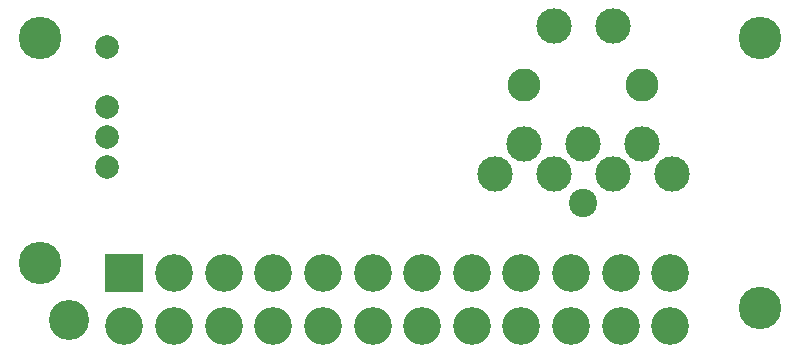
<source format=gts>
G04 #@! TF.FileFunction,Soldermask,Top*
%FSLAX46Y46*%
G04 Gerber Fmt 4.6, Leading zero omitted, Abs format (unit mm)*
G04 Created by KiCad (PCBNEW 4.0.7) date 07/10/18 00:50:01*
%MOMM*%
%LPD*%
G01*
G04 APERTURE LIST*
%ADD10C,0.100000*%
%ADD11C,3.600000*%
%ADD12C,3.000000*%
%ADD13C,2.800000*%
%ADD14C,2.400000*%
%ADD15R,3.200000X3.200000*%
%ADD16C,3.400000*%
%ADD17C,3.200000*%
%ADD18C,2.000000*%
G04 APERTURE END LIST*
D10*
D11*
X120650000Y-102870000D03*
X120650000Y-121920000D03*
X181610000Y-125730000D03*
D12*
X169124000Y-101854000D03*
X164124000Y-101854000D03*
X161624000Y-111854000D03*
X166624000Y-111854000D03*
X171624000Y-111854000D03*
X164124000Y-114354000D03*
X169124000Y-114354000D03*
X159124000Y-114354000D03*
X174124000Y-114354000D03*
D13*
X161624000Y-106854000D03*
X171624000Y-106854000D03*
D14*
X166624000Y-116854000D03*
D15*
X127776000Y-122718000D03*
D16*
X123076000Y-126758000D03*
D17*
X131976000Y-122718000D03*
X136176000Y-122718000D03*
X140376000Y-122718000D03*
X144576000Y-122718000D03*
X148776000Y-122718000D03*
X152976000Y-122718000D03*
X157176000Y-122718000D03*
X161376000Y-122718000D03*
X165576000Y-122718000D03*
X169776000Y-122718000D03*
X173976000Y-122718000D03*
X127776000Y-127218000D03*
X131976000Y-127218000D03*
X136176000Y-127218000D03*
X140376000Y-127218000D03*
X144576000Y-127218000D03*
X148776000Y-127218000D03*
X152976000Y-127218000D03*
X157176000Y-127218000D03*
X161376000Y-127218000D03*
X165576000Y-127218000D03*
X169776000Y-127218000D03*
X173976000Y-127218000D03*
D18*
X126254000Y-103632000D03*
X126254000Y-113792000D03*
X126254000Y-111252000D03*
X126254000Y-108712000D03*
D11*
X181610000Y-102870000D03*
M02*

</source>
